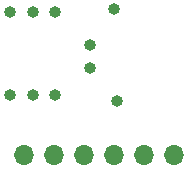
<source format=gbl>
G04 #@! TF.GenerationSoftware,KiCad,Pcbnew,5.0.2+dfsg1-1~bpo9+1*
G04 #@! TF.CreationDate,2020-04-14T03:04:13-04:00*
G04 #@! TF.ProjectId,accel,61636365-6c2e-46b6-9963-61645f706362,0.10.a*
G04 #@! TF.SameCoordinates,Original*
G04 #@! TF.FileFunction,Copper,L2,Bot*
G04 #@! TF.FilePolarity,Positive*
%FSLAX46Y46*%
G04 Gerber Fmt 4.6, Leading zero omitted, Abs format (unit mm)*
G04 Created by KiCad (PCBNEW 5.0.2+dfsg1-1~bpo9+1) date Tue 14 Apr 2020 03:04:13 AM EDT*
%MOMM*%
%LPD*%
G01*
G04 APERTURE LIST*
G04 #@! TA.AperFunction,ComponentPad*
%ADD10O,1.700000X1.700000*%
G04 #@! TD*
G04 #@! TA.AperFunction,ComponentPad*
%ADD11O,1.000000X1.000000*%
G04 #@! TD*
G04 APERTURE END LIST*
D10*
G04 #@! TO.P,REF\002A\002A,1*
G04 #@! TO.N,N/C*
X33020000Y-69215000D03*
G04 #@! TD*
G04 #@! TO.P,REF\002A\002A,1*
G04 #@! TO.N,N/C*
X35560000Y-69215000D03*
G04 #@! TD*
G04 #@! TO.P,REF\002A\002A,1*
G04 #@! TO.N,N/C*
X45720000Y-69215000D03*
G04 #@! TD*
G04 #@! TO.P,REF\002A\002A,1*
G04 #@! TO.N,N/C*
X43180000Y-69215000D03*
G04 #@! TD*
G04 #@! TO.P,REF\002A\002A,1*
G04 #@! TO.N,N/C*
X40640000Y-69215000D03*
G04 #@! TD*
D11*
G04 #@! TO.P,REF\002A\002A,1*
G04 #@! TO.N,N/C*
X38608000Y-59944000D03*
G04 #@! TD*
G04 #@! TO.P,REF\002A\002A,1*
G04 #@! TO.N,N/C*
X40640000Y-56896000D03*
G04 #@! TD*
G04 #@! TO.P,REF\002A\002A,1*
G04 #@! TO.N,N/C*
X40894000Y-64643000D03*
G04 #@! TD*
G04 #@! TO.P,REF\002A\002A,1*
G04 #@! TO.N,N/C*
X38608000Y-61849000D03*
G04 #@! TD*
G04 #@! TO.P,REF\002A\002A,1*
G04 #@! TO.N,N/C*
X35687000Y-57150000D03*
G04 #@! TD*
G04 #@! TO.P,REF\002A\002A,1*
G04 #@! TO.N,N/C*
X33782000Y-57150000D03*
G04 #@! TD*
G04 #@! TO.P,REF\002A\002A,1*
G04 #@! TO.N,N/C*
X31877000Y-57150000D03*
G04 #@! TD*
G04 #@! TO.P,REF\002A\002A,1*
G04 #@! TO.N,N/C*
X35687000Y-64135000D03*
G04 #@! TD*
G04 #@! TO.P,REF\002A\002A,1*
G04 #@! TO.N,N/C*
X33782000Y-64135000D03*
G04 #@! TD*
G04 #@! TO.P,REF\002A\002A,1*
G04 #@! TO.N,N/C*
X31877000Y-64135000D03*
G04 #@! TD*
D10*
G04 #@! TO.P,REF\002A\002A,1*
G04 #@! TO.N,N/C*
X38100000Y-69215000D03*
G04 #@! TD*
M02*

</source>
